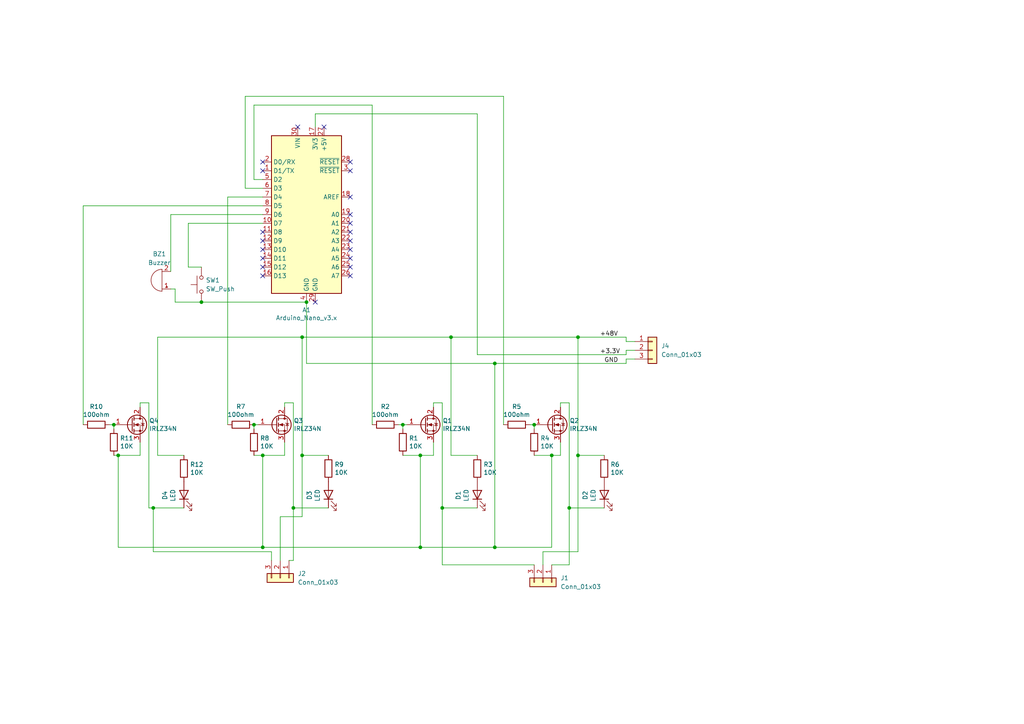
<source format=kicad_sch>
(kicad_sch (version 20250114) (generator "eeschema") (generator_version "9.0")
  (paper "A4")
  (lib_symbols
    (symbol "Connector_Generic:Conn_01x03" (pin_names (offset 1.016) (hide yes))
      (property "Reference" "J" (at 0 5.08 0))
      (property "Value" "Conn_01x03" (at 0 -5.08 0))
      (symbol "Conn_01x03_1_1"
        (rectangle (start -1.27 3.81) (end 1.27 -3.81) (stroke (width 0.254)) (fill (type background)))
        (rectangle (start -1.27 2.667) (end 0 2.413) (stroke (width 0.1524)))
        (rectangle (start -1.27 0.127) (end 0 -0.127) (stroke (width 0.1524)))
        (rectangle (start -1.27 -2.413) (end 0 -2.667) (stroke (width 0.1524)))
        (pin passive line (at -5.08 2.54 0) (length 3.81) (name "Pin_1") (number "1"))
        (pin passive line (at -5.08 0 0) (length 3.81) (name "Pin_2") (number "2"))
        (pin passive line (at -5.08 -2.54 0) (length 3.81) (name "Pin_3") (number "3"))
      )
    )
    (symbol "Device:Buzzer" (pin_names (offset 0.0254) (hide yes))
      (property "Reference" "BZ" (at 3.81 1.27 0))
      (property "Value" "Buzzer" (at 3.81 -1.27 0))
      (symbol "Buzzer_0_1"
        (polyline (pts (xy -1.651 1.905) (xy -1.143 1.905)))
        (polyline (pts (xy -1.397 2.159) (xy -1.397 1.651)))
        (arc (start 0 3.175) (mid 3.1612 0) (end 0 -3.175))
        (polyline (pts (xy 0 3.175) (xy 0 -3.175)))
      )
      (symbol "Buzzer_1_1"
        (pin passive line (at -2.54 2.54 0) (length 2.54) (name "+") (number "1"))
        (pin passive line (at -2.54 -2.54 0) (length 2.54) (name "-") (number "2"))
      )
    )
    (symbol "Device:LED" (pin_numbers (hide yes)) (pin_names (offset 1.016) (hide yes))
      (property "Reference" "D" (at 0 2.54 0))
      (property "Value" "LED" (at 0 -2.54 0))
      (symbol "LED_0_1"
        (polyline (pts (xy -3.048 -0.762) (xy -4.572 -2.286) (xy -3.81 -2.286) (xy -4.572 -2.286) (xy -4.572 -1.524)))
        (polyline (pts (xy -1.778 -0.762) (xy -3.302 -2.286) (xy -2.54 -2.286) (xy -3.302 -2.286) (xy -3.302 -1.524)))
        (polyline (pts (xy -1.27 0) (xy 1.27 0)))
        (polyline (pts (xy -1.27 -1.27) (xy -1.27 1.27)) (stroke (width 0.254)))
        (polyline (pts (xy 1.27 -1.27) (xy 1.27 1.27) (xy -1.27 0) (xy 1.27 -1.27)) (stroke (width 0.254)))
      )
      (symbol "LED_1_1"
        (pin passive line (at -3.81 0 0) (length 2.54) (name "K") (number "1"))
        (pin passive line (at 3.81 0 180) (length 2.54) (name "A") (number "2"))
      )
    )
    (symbol "Device:R" (pin_numbers (hide yes)) (pin_names (offset 0))
      (property "Reference" "R" (at 2.032 0 90))
      (property "Value" "R" (at 0 0 90))
      (symbol "R_0_1"
        (rectangle (start -1.016 -2.54) (end 1.016 2.54) (stroke (width 0.254)))
      )
      (symbol "R_1_1"
        (pin passive line (at 0 3.81 270) (length 1.27) (name "~") (number "1"))
        (pin passive line (at 0 -3.81 90) (length 1.27) (name "~") (number "2"))
      )
    )
    (symbol "MCU_Module:Arduino_Nano_v3.x"
      (property "Reference" "A" (at -10.16 23.495 0))
      (property "Value" "Arduino_Nano_v3.x" (at 5.08 -24.13 0))
      (symbol "Arduino_Nano_v3.x_0_1"
        (rectangle (start -10.16 22.86) (end 10.16 -22.86) (stroke (width 0.254)) (fill (type background)))
      )
      (symbol "Arduino_Nano_v3.x_1_1"
        (pin bidirectional line (at -12.7 15.24 0) (length 2.54) (name "D0/RX") (number "2"))
        (pin bidirectional line (at -12.7 12.7 0) (length 2.54) (name "D1/TX") (number "1"))
        (pin bidirectional line (at -12.7 10.16 0) (length 2.54) (name "D2") (number "5"))
        (pin bidirectional line (at -12.7 7.62 0) (length 2.54) (name "D3") (number "6"))
        (pin bidirectional line (at -12.7 5.08 0) (length 2.54) (name "D4") (number "7"))
        (pin bidirectional line (at -12.7 2.54 0) (length 2.54) (name "D5") (number "8"))
        (pin bidirectional line (at -12.7 0 0) (length 2.54) (name "D6") (number "9"))
        (pin bidirectional line (at -12.7 -2.54 0) (length 2.54) (name "D7") (number "10"))
        (pin bidirectional line (at -12.7 -5.08 0) (length 2.54) (name "D8") (number "11"))
        (pin bidirectional line (at -12.7 -7.62 0) (length 2.54) (name "D9") (number "12"))
        (pin bidirectional line (at -12.7 -10.16 0) (length 2.54) (name "D10") (number "13"))
        (pin bidirectional line (at -12.7 -12.7 0) (length 2.54) (name "D11") (number "14"))
        (pin bidirectional line (at -12.7 -15.24 0) (length 2.54) (name "D12") (number "15"))
        (pin bidirectional line (at -12.7 -17.78 0) (length 2.54) (name "D13") (number "16"))
        (pin power_in line (at -2.54 25.4 270) (length 2.54) (name "VIN") (number "30"))
        (pin power_in line (at 0 -25.4 90) (length 2.54) (name "GND") (number "4"))
        (pin power_out line (at 2.54 25.4 270) (length 2.54) (name "3V3") (number "17"))
        (pin power_in line (at 2.54 -25.4 90) (length 2.54) (name "GND") (number "29"))
        (pin power_out line (at 5.08 25.4 270) (length 2.54) (name "+5V") (number "27"))
        (pin input line (at 12.7 15.24 180) (length 2.54) (name "~{RESET}") (number "28"))
        (pin input line (at 12.7 12.7 180) (length 2.54) (name "~{RESET}") (number "3"))
        (pin input line (at 12.7 5.08 180) (length 2.54) (name "AREF") (number "18"))
        (pin bidirectional line (at 12.7 0 180) (length 2.54) (name "A0") (number "19"))
        (pin bidirectional line (at 12.7 -2.54 180) (length 2.54) (name "A1") (number "20"))
        (pin bidirectional line (at 12.7 -5.08 180) (length 2.54) (name "A2") (number "21"))
        (pin bidirectional line (at 12.7 -7.62 180) (length 2.54) (name "A3") (number "22"))
        (pin bidirectional line (at 12.7 -10.16 180) (length 2.54) (name "A4") (number "23"))
        (pin bidirectional line (at 12.7 -12.7 180) (length 2.54) (name "A5") (number "24"))
        (pin bidirectional line (at 12.7 -15.24 180) (length 2.54) (name "A6") (number "25"))
        (pin bidirectional line (at 12.7 -17.78 180) (length 2.54) (name "A7") (number "26"))
      )
    )
    (symbol "Switch:SW_Push" (pin_numbers (hide yes)) (pin_names (offset 1.016) (hide yes))
      (property "Reference" "SW" (at 1.27 2.54 0))
      (property "Value" "SW_Push" (at 0 -1.524 0))
      (symbol "SW_Push_0_1"
        (circle (center -2.032 0) (radius 0.508))
        (polyline (pts (xy 0 1.27) (xy 0 3.048)))
        (circle (center 2.032 0) (radius 0.508))
        (polyline (pts (xy 2.54 1.27) (xy -2.54 1.27)))
        (pin passive line (at -5.08 0 0) (length 2.54) (name "1") (number "1"))
        (pin passive line (at 5.08 0 180) (length 2.54) (name "2") (number "2"))
      )
    )
    (symbol "Transistor_FET:IRLZ34N" (pin_names (hide yes))
      (property "Reference" "Q" (at 5.08 1.905 0))
      (property "Value" "IRLZ34N" (at 5.08 0 0))
      (symbol "IRLZ34N_0_1"
        (polyline (pts (xy 0.254 1.905) (xy 0.254 -1.905)) (stroke (width 0.254)))
        (polyline (pts (xy 0.254 0) (xy -2.54 0)))
        (polyline (pts (xy 0.762 2.286) (xy 0.762 1.27)) (stroke (width 0.254)))
        (polyline (pts (xy 0.762 0.508) (xy 0.762 -0.508)) (stroke (width 0.254)))
        (polyline (pts (xy 0.762 -1.27) (xy 0.762 -2.286)) (stroke (width 0.254)))
        (polyline (pts (xy 0.762 -1.778) (xy 3.302 -1.778) (xy 3.302 1.778) (xy 0.762 1.778)))
        (polyline (pts (xy 1.016 0) (xy 2.032 0.381) (xy 2.032 -0.381) (xy 1.016 0)) (fill (type outline)))
        (circle (center 1.651 0) (radius 2.794) (stroke (width 0.254)))
        (polyline (pts (xy 2.54 2.54) (xy 2.54 1.778)))
        (circle (center 2.54 1.778) (radius 0.254) (fill (type outline)))
        (circle (center 2.54 -1.778) (radius 0.254) (fill (type outline)))
        (polyline (pts (xy 2.54 -2.54) (xy 2.54 0) (xy 0.762 0)))
        (polyline (pts (xy 2.794 0.508) (xy 2.921 0.381) (xy 3.683 0.381) (xy 3.81 0.254)))
        (polyline (pts (xy 3.302 0.381) (xy 2.921 -0.254) (xy 3.683 -0.254) (xy 3.302 0.381)))
      )
      (symbol "IRLZ34N_1_1"
        (pin input line (at -5.08 0 0) (length 2.54) (name "G") (number "1"))
        (pin passive line (at 2.54 5.08 270) (length 2.54) (name "D") (number "2"))
        (pin passive line (at 2.54 -5.08 90) (length 2.54) (name "S") (number "3"))
      )
    )
  )
  (junction (at 130.81 97.79))
  (junction (at 76.2 158.75))
  (junction (at 88.9 87.63))
  (junction (at 34.29 132.08))
  (junction (at 85.09 147.32))
  (junction (at 87.63 97.79))
  (junction (at 167.64 132.08))
  (junction (at 44.45 147.32))
  (junction (at 73.66 123.19))
  (junction (at 160.02 132.08))
  (junction (at 87.63 132.08))
  (junction (at 116.84 123.19))
  (junction (at 33.02 123.19))
  (junction (at 165.1 147.32))
  (junction (at 121.92 158.75))
  (junction (at 121.92 132.08))
  (junction (at 167.64 97.79))
  (junction (at 143.51 105.41))
  (junction (at 128.27 147.32))
  (junction (at 76.2 132.08))
  (junction (at 143.51 158.75))
  (junction (at 154.94 123.19))
  (junction (at 58.42 87.63))
  (no_connect (at 101.6 46.99))
  (no_connect (at 101.6 49.53))
  (no_connect (at 86.36 36.83))
  (no_connect (at 76.2 77.47))
  (no_connect (at 101.6 62.23))
  (no_connect (at 76.2 72.39))
  (no_connect (at 76.2 49.53))
  (no_connect (at 101.6 64.77))
  (no_connect (at 91.44 87.63))
  (no_connect (at 101.6 80.01))
  (no_connect (at 101.6 69.85))
  (no_connect (at 101.6 67.31))
  (no_connect (at 76.2 46.99))
  (no_connect (at 101.6 77.47))
  (no_connect (at 93.98 36.83))
  (no_connect (at 101.6 72.39))
  (no_connect (at 76.2 74.93))
  (no_connect (at 76.2 69.85))
  (no_connect (at 76.2 67.31))
  (no_connect (at 101.6 57.15))
  (no_connect (at 101.6 74.93))
  (no_connect (at 76.2 80.01))
  (wire (pts (xy 181.61 101.6) (xy 181.61 102.87)))
  (wire (pts (xy 85.09 116.84) (xy 82.55 116.84)))
  (wire (pts (xy 85.09 162.56) (xy 83.82 162.56)))
  (wire (pts (xy 143.51 158.75) (xy 143.51 105.41)))
  (wire (pts (xy 76.2 158.75) (xy 121.92 158.75)))
  (wire (pts (xy 50.8 87.63) (xy 50.8 83.82)))
  (wire (pts (xy 44.45 160.02) (xy 78.74 160.02)))
  (wire (pts (xy 125.73 116.84) (xy 125.73 118.11)))
  (wire (pts (xy 165.1 147.32) (xy 165.1 116.84)))
  (wire (pts (xy 34.29 132.08) (xy 40.64 132.08)))
  (wire (pts (xy 138.43 102.87) (xy 181.61 102.87)))
  (wire (pts (xy 87.63 149.86) (xy 81.28 149.86)))
  (wire (pts (xy 162.56 132.08) (xy 162.56 128.27)))
  (wire (pts (xy 184.15 104.14) (xy 181.61 104.14)))
  (wire (pts (xy 43.18 147.32) (xy 43.18 116.84)))
  (wire (pts (xy 116.84 123.19) (xy 118.11 123.19)))
  (wire (pts (xy 130.81 97.79) (xy 167.64 97.79)))
  (wire (pts (xy 175.26 132.08) (xy 167.64 132.08)))
  (wire (pts (xy 181.61 104.14) (xy 181.61 105.41)))
  (wire (pts (xy 107.95 30.48) (xy 73.66 30.48)))
  (wire (pts (xy 73.66 30.48) (xy 73.66 52.07)))
  (wire (pts (xy 95.25 147.32) (xy 85.09 147.32)))
  (wire (pts (xy 54.61 64.77) (xy 54.61 77.47)))
  (wire (pts (xy 167.64 160.02) (xy 157.48 160.02)))
  (wire (pts (xy 34.29 158.75) (xy 76.2 158.75)))
  (wire (pts (xy 66.04 57.15) (xy 66.04 123.19)))
  (wire (pts (xy 91.44 33.02) (xy 138.43 33.02)))
  (wire (pts (xy 87.63 132.08) (xy 95.25 132.08)))
  (wire (pts (xy 24.13 59.69) (xy 76.2 59.69)))
  (wire (pts (xy 31.75 123.19) (xy 33.02 123.19)))
  (wire (pts (xy 71.12 54.61) (xy 76.2 54.61)))
  (wire (pts (xy 125.73 132.08) (xy 125.73 128.27)))
  (wire (pts (xy 128.27 147.32) (xy 128.27 163.83)))
  (wire (pts (xy 146.05 27.94) (xy 146.05 123.19)))
  (wire (pts (xy 128.27 163.83) (xy 154.94 163.83)))
  (wire (pts (xy 53.34 147.32) (xy 44.45 147.32)))
  (wire (pts (xy 34.29 132.08) (xy 34.29 158.75)))
  (wire (pts (xy 54.61 64.77) (xy 76.2 64.77)))
  (wire (pts (xy 138.43 33.02) (xy 138.43 102.87)))
  (wire (pts (xy 88.9 105.41) (xy 143.51 105.41)))
  (wire (pts (xy 76.2 132.08) (xy 76.2 158.75)))
  (wire (pts (xy 130.81 97.79) (xy 87.63 97.79)))
  (wire (pts (xy 73.66 132.08) (xy 76.2 132.08)))
  (wire (pts (xy 146.05 27.94) (xy 71.12 27.94)))
  (wire (pts (xy 143.51 158.75) (xy 160.02 158.75)))
  (wire (pts (xy 24.13 59.69) (xy 24.13 123.19)))
  (wire (pts (xy 157.48 160.02) (xy 157.48 163.83)))
  (wire (pts (xy 128.27 147.32) (xy 128.27 116.84)))
  (wire (pts (xy 40.64 132.08) (xy 40.64 128.27)))
  (wire (pts (xy 76.2 132.08) (xy 82.55 132.08)))
  (wire (pts (xy 162.56 116.84) (xy 162.56 118.11)))
  (wire (pts (xy 49.53 62.23) (xy 76.2 62.23)))
  (wire (pts (xy 66.04 57.15) (xy 76.2 57.15)))
  (wire (pts (xy 121.92 158.75) (xy 143.51 158.75)))
  (wire (pts (xy 58.42 87.63) (xy 50.8 87.63)))
  (wire (pts (xy 58.42 87.63) (xy 88.9 87.63)))
  (wire (pts (xy 165.1 147.32) (xy 165.1 163.83)))
  (wire (pts (xy 78.74 160.02) (xy 78.74 162.56)))
  (wire (pts (xy 143.51 105.41) (xy 181.61 105.41)))
  (wire (pts (xy 167.64 97.79) (xy 181.61 97.79)))
  (wire (pts (xy 116.84 123.19) (xy 116.84 124.46)))
  (wire (pts (xy 81.28 149.86) (xy 81.28 162.56)))
  (wire (pts (xy 50.8 83.82) (xy 49.53 83.82)))
  (wire (pts (xy 121.92 132.08) (xy 125.73 132.08)))
  (wire (pts (xy 181.61 99.06) (xy 181.61 97.79)))
  (wire (pts (xy 82.55 116.84) (xy 82.55 118.11)))
  (wire (pts (xy 167.64 132.08) (xy 167.64 97.79)))
  (wire (pts (xy 44.45 147.32) (xy 44.45 160.02)))
  (wire (pts (xy 165.1 163.83) (xy 160.02 163.83)))
  (wire (pts (xy 54.61 77.47) (xy 58.42 77.47)))
  (wire (pts (xy 138.43 147.32) (xy 128.27 147.32)))
  (wire (pts (xy 116.84 132.08) (xy 121.92 132.08)))
  (wire (pts (xy 128.27 116.84) (xy 125.73 116.84)))
  (wire (pts (xy 121.92 132.08) (xy 121.92 158.75)))
  (wire (pts (xy 73.66 52.07) (xy 76.2 52.07)))
  (wire (pts (xy 165.1 116.84) (xy 162.56 116.84)))
  (wire (pts (xy 85.09 147.32) (xy 85.09 116.84)))
  (wire (pts (xy 184.15 101.6) (xy 181.61 101.6)))
  (wire (pts (xy 71.12 27.94) (xy 71.12 54.61)))
  (wire (pts (xy 184.15 99.06) (xy 181.61 99.06)))
  (wire (pts (xy 91.44 33.02) (xy 91.44 36.83)))
  (wire (pts (xy 160.02 132.08) (xy 160.02 158.75)))
  (wire (pts (xy 87.63 97.79) (xy 87.63 132.08)))
  (wire (pts (xy 115.57 123.19) (xy 116.84 123.19)))
  (wire (pts (xy 82.55 132.08) (xy 82.55 128.27)))
  (wire (pts (xy 87.63 97.79) (xy 45.72 97.79)))
  (wire (pts (xy 45.72 132.08) (xy 53.34 132.08)))
  (wire (pts (xy 33.02 132.08) (xy 34.29 132.08)))
  (wire (pts (xy 85.09 147.32) (xy 85.09 162.56)))
  (wire (pts (xy 88.9 87.63) (xy 88.9 105.41)))
  (wire (pts (xy 49.53 78.74) (xy 49.53 62.23)))
  (wire (pts (xy 107.95 30.48) (xy 107.95 123.19)))
  (wire (pts (xy 175.26 147.32) (xy 165.1 147.32)))
  (wire (pts (xy 33.02 123.19) (xy 33.02 124.46)))
  (wire (pts (xy 154.94 123.19) (xy 154.94 124.46)))
  (wire (pts (xy 73.66 123.19) (xy 74.93 123.19)))
  (wire (pts (xy 167.64 132.08) (xy 167.64 160.02)))
  (wire (pts (xy 154.94 132.08) (xy 160.02 132.08)))
  (wire (pts (xy 73.66 123.19) (xy 73.66 124.46)))
  (wire (pts (xy 43.18 116.84) (xy 40.64 116.84)))
  (wire (pts (xy 44.45 147.32) (xy 43.18 147.32)))
  (wire (pts (xy 40.64 116.84) (xy 40.64 118.11)))
  (wire (pts (xy 153.67 123.19) (xy 154.94 123.19)))
  (wire (pts (xy 130.81 132.08) (xy 138.43 132.08)))
  (wire (pts (xy 160.02 132.08) (xy 162.56 132.08)))
  (wire (pts (xy 45.72 97.79) (xy 45.72 132.08)))
  (wire (pts (xy 87.63 149.86) (xy 87.63 132.08)))
  (wire (pts (xy 130.81 132.08) (xy 130.81 97.79)))
  (label "+3.3V" (at 173.99 102.87 0))
  (label "+48V" (at 173.99 97.79 0))
  (label "GND" (at 175.26 105.41 0))
  (symbol (lib_id "MCU_Module:Arduino_Nano_v3.x") (at 88.9 62.23 0) (unit 1)
    (property "Reference" "A1" (at 88.9 89.8906 0))
    (property "Value" "Arduino_Nano_v3.x" (at 88.9 92.202 0))
    (property "Footprint" "Module:Arduino_Nano" (effects (hide yes)))
    (property "Datasheet" "http://www.mouser.com/pdfdocs/Gravitech_Arduino_Nano3_0.pdf" (effects (hide yes)))
  )
  (symbol (lib_id "Transistor_FET:IRLZ34N") (at 123.19 123.19 0) (unit 1)
    (property "Reference" "Q1" (at 128.3716 122.0216 0) (effects (justify left)))
    (property "Value" "IRLZ34N" (at 128.3716 124.333 0) (effects (justify left)))
    (property "Footprint" "Package_TO_SOT_THT:TO-220-3_Vertical" (effects (hide yes)))
    (property "Datasheet" "http://www.infineon.com/dgdl/irlz34npbf.pdf?fileId=5546d462533600a40153567206892720" (effects (hide yes)))
  )
  (symbol (lib_id "Device:R") (at 111.76 123.19 270) (unit 1)
    (property "Reference" "R2" (at 111.76 117.9322 90))
    (property "Value" "100ohm" (at 111.76 120.2436 90))
    (property "Footprint" "Resistor_THT:R_Axial_DIN0204_L3.6mm_D1.6mm_P7.62mm_Horizontal" (effects (hide yes)))
  )
  (symbol (lib_id "Device:LED") (at 138.43 143.51 90) (unit 1)
    (property "Reference" "D1" (at 132.9182 143.6878 0))
    (property "Value" "LED" (at 135.2296 143.6878 0))
    (property "Footprint" "LED_THT:LED_D5.0mm" (effects (hide yes)))
  )
  (symbol (lib_id "Device:R") (at 116.84 128.27 0) (unit 1)
    (property "Reference" "R1" (at 118.618 127.1016 0) (effects (justify left)))
    (property "Value" "10K" (at 118.618 129.413 0) (effects (justify left)))
    (property "Footprint" "Resistor_THT:R_Axial_DIN0204_L3.6mm_D1.6mm_P7.62mm_Horizontal" (effects (hide yes)))
  )
  (symbol (lib_id "Device:R") (at 138.43 135.89 0) (unit 1)
    (property "Reference" "R3" (at 140.208 134.7216 0) (effects (justify left)))
    (property "Value" "10K" (at 140.208 137.033 0) (effects (justify left)))
    (property "Footprint" "Resistor_THT:R_Axial_DIN0204_L3.6mm_D1.6mm_P7.62mm_Horizontal" (effects (hide yes)))
  )
  (symbol (lib_id "Device:LED") (at 175.26 143.51 90) (unit 1)
    (property "Reference" "D2" (at 169.7482 143.6878 0))
    (property "Value" "LED" (at 172.0596 143.6878 0))
    (property "Footprint" "LED_THT:LED_D5.0mm" (effects (hide yes)))
  )
  (symbol (lib_id "Device:R") (at 154.94 128.27 0) (unit 1)
    (property "Reference" "R4" (at 156.718 127.1016 0) (effects (justify left)))
    (property "Value" "10K" (at 156.718 129.413 0) (effects (justify left)))
    (property "Footprint" "Resistor_THT:R_Axial_DIN0204_L3.6mm_D1.6mm_P7.62mm_Horizontal" (effects (hide yes)))
  )
  (symbol (lib_id "Device:R") (at 149.86 123.19 270) (unit 1)
    (property "Reference" "R5" (at 149.86 117.9322 90))
    (property "Value" "100ohm" (at 149.86 120.2436 90))
    (property "Footprint" "Resistor_THT:R_Axial_DIN0204_L3.6mm_D1.6mm_P7.62mm_Horizontal" (effects (hide yes)))
  )
  (symbol (lib_id "Transistor_FET:IRLZ34N") (at 160.02 123.19 0) (unit 1)
    (property "Reference" "Q2" (at 165.2016 122.0216 0) (effects (justify left)))
    (property "Value" "IRLZ34N" (at 165.2016 124.333 0) (effects (justify left)))
    (property "Footprint" "Package_TO_SOT_THT:TO-220-3_Vertical" (effects (hide yes)))
    (property "Datasheet" "http://www.infineon.com/dgdl/irlz34npbf.pdf?fileId=5546d462533600a40153567206892720" (effects (hide yes)))
  )
  (symbol (lib_id "Device:R") (at 175.26 135.89 0) (unit 1)
    (property "Reference" "R6" (at 177.038 134.7216 0) (effects (justify left)))
    (property "Value" "10K" (at 177.038 137.033 0) (effects (justify left)))
    (property "Footprint" "Resistor_THT:R_Axial_DIN0204_L3.6mm_D1.6mm_P7.62mm_Horizontal" (effects (hide yes)))
  )
  (symbol (lib_id "Connector_Generic:Conn_01x03") (at 157.48 168.91 270) (unit 1)
    (property "Reference" "J1" (at 162.56 167.6399 90) (effects (justify left)))
    (property "Value" "Conn_01x03" (at 162.56 170.1799 90) (effects (justify left)))
    (property "Footprint" "Connector_Molex:Molex_KK-254_AE-6410-03A_1x03_P2.54mm_Vertical" (effects (hide yes)))
    (property "Description" "Generic connector, single row, 01x03, script generated (kicad-library-utils/schlib/autogen/connector/)" (effects (hide yes)))
  )
  (symbol (lib_id "Connector_Generic:Conn_01x03") (at 81.28 167.64 270) (unit 1)
    (property "Reference" "J2" (at 86.36 166.3699 90) (effects (justify left)))
    (property "Value" "Conn_01x03" (at 86.36 168.9099 90) (effects (justify left)))
    (property "Footprint" "Connector_Molex:Molex_KK-254_AE-6410-03A_1x03_P2.54mm_Vertical" (effects (hide yes)))
    (property "Description" "Generic connector, single row, 01x03, script generated (kicad-library-utils/schlib/autogen/connector/)" (effects (hide yes)))
  )
  (symbol (lib_id "Transistor_FET:IRLZ34N") (at 38.1 123.19 0) (unit 1)
    (property "Reference" "Q4" (at 43.2816 122.0216 0) (effects (justify left)))
    (property "Value" "IRLZ34N" (at 43.2816 124.333 0) (effects (justify left)))
    (property "Footprint" "Package_TO_SOT_THT:TO-220-3_Vertical" (effects (hide yes)))
    (property "Datasheet" "http://www.infineon.com/dgdl/irlz34npbf.pdf?fileId=5546d462533600a40153567206892720" (effects (hide yes)))
  )
  (symbol (lib_id "Device:R") (at 33.02 128.27 0) (unit 1)
    (property "Reference" "R11" (at 34.798 127.1016 0) (effects (justify left)))
    (property "Value" "10K" (at 34.798 129.413 0) (effects (justify left)))
    (property "Footprint" "Resistor_THT:R_Axial_DIN0204_L3.6mm_D1.6mm_P7.62mm_Horizontal" (effects (hide yes)))
  )
  (symbol (lib_id "Device:R") (at 53.34 135.89 0) (unit 1)
    (property "Reference" "R12" (at 55.118 134.7216 0) (effects (justify left)))
    (property "Value" "10K" (at 55.118 137.033 0) (effects (justify left)))
    (property "Footprint" "Resistor_THT:R_Axial_DIN0204_L3.6mm_D1.6mm_P7.62mm_Horizontal" (effects (hide yes)))
  )
  (symbol (lib_id "Transistor_FET:IRLZ34N") (at 80.01 123.19 0) (unit 1)
    (property "Reference" "Q3" (at 85.1916 122.0216 0) (effects (justify left)))
    (property "Value" "IRLZ34N" (at 85.1916 124.333 0) (effects (justify left)))
    (property "Footprint" "Package_TO_SOT_THT:TO-220-3_Vertical" (effects (hide yes)))
    (property "Datasheet" "http://www.infineon.com/dgdl/irlz34npbf.pdf?fileId=5546d462533600a40153567206892720" (effects (hide yes)))
  )
  (symbol (lib_id "Device:R") (at 73.66 128.27 0) (unit 1)
    (property "Reference" "R8" (at 75.438 127.1016 0) (effects (justify left)))
    (property "Value" "10K" (at 75.438 129.413 0) (effects (justify left)))
    (property "Footprint" "Resistor_THT:R_Axial_DIN0204_L3.6mm_D1.6mm_P7.62mm_Horizontal" (effects (hide yes)))
  )
  (symbol (lib_id "Device:R") (at 27.94 123.19 270) (unit 1)
    (property "Reference" "R10" (at 27.94 117.9322 90))
    (property "Value" "100ohm" (at 27.94 120.2436 90))
    (property "Footprint" "Resistor_THT:R_Axial_DIN0204_L3.6mm_D1.6mm_P7.62mm_Horizontal" (effects (hide yes)))
  )
  (symbol (lib_id "Device:LED") (at 53.34 143.51 90) (unit 1)
    (property "Reference" "D4" (at 47.8282 143.6878 0))
    (property "Value" "LED" (at 50.1396 143.6878 0))
    (property "Footprint" "LED_THT:LED_D5.0mm" (effects (hide yes)))
  )
  (symbol (lib_id "Device:R") (at 69.85 123.19 270) (unit 1)
    (property "Reference" "R7" (at 69.85 117.9322 90))
    (property "Value" "100ohm" (at 69.85 120.2436 90))
    (property "Footprint" "Resistor_THT:R_Axial_DIN0204_L3.6mm_D1.6mm_P7.62mm_Horizontal" (effects (hide yes)))
  )
  (symbol (lib_id "Device:Buzzer") (at 46.99 81.28 180) (unit 1)
    (property "Reference" "BZ1" (at 46.2349 73.66 0))
    (property "Value" "Buzzer" (at 46.2349 76.2 0))
    (property "Footprint" "Buzzer_Beeper:Buzzer_15x7.5RM7.6" (effects (hide yes)))
    (property "Description" "Buzzer, polarized" (effects (hide yes)))
  )
  (symbol (lib_id "Device:LED") (at 95.25 143.51 90) (unit 1)
    (property "Reference" "D3" (at 89.7382 143.6878 0))
    (property "Value" "LED" (at 92.0496 143.6878 0))
    (property "Footprint" "LED_THT:LED_D5.0mm" (effects (hide yes)))
  )
  (symbol (lib_id "Connector_Generic:Conn_01x03") (at 189.23 101.6 0) (unit 1)
    (property "Reference" "J4" (at 191.77 100.3299 0) (effects (justify left)))
    (property "Value" "Conn_01x03" (at 191.77 102.8699 0) (effects (justify left)))
    (property "Footprint" "Connector_Molex:Molex_KK-254_AE-6410-03A_1x03_P2.54mm_Vertical" (effects (hide yes)))
    (property "Description" "Generic connector, single row, 01x03, script generated (kicad-library-utils/schlib/autogen/connector/)" (effects (hide yes)))
  )
  (symbol (lib_id "Device:R") (at 95.25 135.89 0) (unit 1)
    (property "Reference" "R9" (at 97.028 134.7216 0) (effects (justify left)))
    (property "Value" "10K" (at 97.028 137.033 0) (effects (justify left)))
    (property "Footprint" "Resistor_THT:R_Axial_DIN0204_L3.6mm_D1.6mm_P7.62mm_Horizontal" (effects (hide yes)))
  )
  (symbol (lib_id "Switch:SW_Push") (at 58.42 82.55 90) (unit 1)
    (property "Reference" "SW1" (at 59.69 81.2799 90) (effects (justify right)))
    (property "Value" "SW_Push" (at 59.69 83.8199 90) (effects (justify right)))
    (property "Footprint" "Button_Switch_THT:SW_PUSH-12mm" (effects (hide yes)))
    (property "Description" "Push button switch, generic, two pins" (effects (hide yes)))
  )
)
</source>
